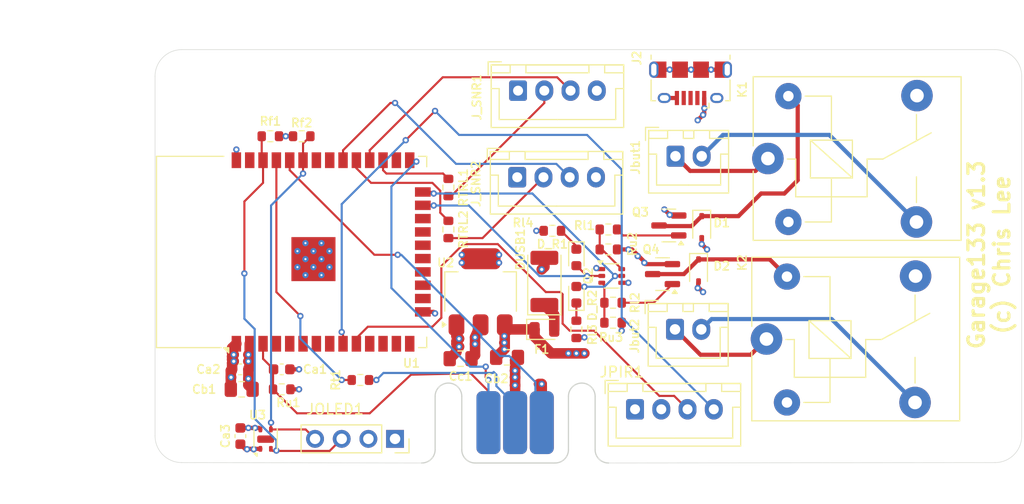
<source format=kicad_pcb>
(kicad_pcb (version 20221018) (generator pcbnew)
  (layers (0 "F.Cu" signal) (1 "In1.Cu" signal) (2 "In2.Cu" signal) (31 "B.Cu" signal) (34 "B.Paste" user) (35 "F.Paste" user) (36 "B.SilkS" user "B.Silkscreen") (37 "F.SilkS" user "F.Silkscreen") (38 "B.Mask" user) (39 "F.Mask" user) (44 "Edge.Cuts" user))
  (net 0 "")
  (net 1 "GND")
  (net 2 "EN")
  (net 3 "+3.3V")
  (net 4 "+5V")
  (net 5 "Net-(D1-K)")
  (net 6 "Net-(D2-K)")
  (net 7 "Net-(DUSB1-K)")
  (net 8 "VBUS")
  (net 9 "TXC")
  (net 10 "RXC")
  (net 11 "GPIO0")
  (net 15 "RELAY1A")
  (net 16 "RELAY1B")
  (net 17 "RELAY2A")
  (net 18 "RELAY2B")
  (net 19 "Net-(J_SNR1-Pin_2)")
  (net 20 "ECHO1")
  (net 21 "Net-(J_SNR2-Pin_2)")
  (net 22 "ECHO2")
  (net 25 "RELAY_CMD1")
  (net 26 "Net-(Q2B-C2)")
  (net 27 "RELAY_CMD2")
  (net 28 "Net-(Q2A-C1)")
  (net 29 "Net-(Q4-B)")
  (net 30 "SCL1")
  (net 31 "SDA1")
  (net 32 "TX")
  (net 33 "TRIG1")
  (net 34 "TRIG2")
  (net 40 "M1")
  (net 41 "AL")
  (net 58 "Net-(D_R1-K)")
  (net 59 "Net-(D_R2-K)")
  (net 60 "Net-(Q3-B)")
  (footprint "Package_TO_SOT_SMD:SOT-23" (layer "F.Cu") (at 109.9035 65.024 180)
    (fp_text reference "Q3")
    (fp_text value "MMBT3906")
  )
  (footprint "Capacitor_SMD:C_0603_1608Metric" (layer "F.Cu") (at 69.088 85.103 90)
    (fp_text reference "Ca3")
    (fp_text value "100nF" hide)
  )
  (footprint "Resistor_SMD:R_0603_1608Metric" (layer "F.Cu") (at 98.806 65.532)
    (fp_text reference "Rl4")
    (fp_text value "1k" hide)
  )
  (footprint "RF_Module:ESP32-WROOM-32" (layer "F.Cu") (at 76.957 67.551 90)
    (fp_text reference "U1")
    (fp_text value "ESP32-WROOM-32")
  )
  (footprint "Resistor_SMD:R_0603_1608Metric" (layer "F.Cu") (at 101.092 74.93 90)
    (fp_text reference "Rl3")
    (fp_text value "1k" hide)
  )
  (footprint "Diode_SMD:D_2010_5025Metric" (layer "F.Cu") (at 98.044 70.358 90)
    (fp_text reference "DUSB1")
    (fp_text value "SS14")
  )
  (footprint "LED_SMD:LED_0603_1608Metric" (layer "F.Cu") (at 101.092 68.072 -90)
    (fp_text reference "D_R1")
    (fp_text value "RED" hide)
  )
  (footprint "Sensor_Humidity:Sensirion_DFN-4-1EP_2x2mm_P1mm_EP0.7x1.6mm" (layer "F.Cu") (at 71.493 85.397 90)
    (fp_text reference "U3")
    (fp_text value "SHTC3")
  )
  (footprint "MountingHole:MountingHole_2.5mm" (layer "F.Cu") (at 70.358 50.8)
    (fp_text reference "REF**" hide)
    (fp_text value "MountingHole_2.5mm" hide)
  )
  (footprint "Resistor_SMD:R_0603_1608Metric" (layer "F.Cu") (at 104.14 65.405)
    (fp_text reference "Rl1")
    (fp_text value "1k")
  )
  (footprint "Diode_SMD:D_SOD-323" (layer "F.Cu") (at 112.7275 69.31 -90)
    (fp_text reference "D2")
    (fp_text value "D" hide)
  )
  (footprint "Connector_JST:JST_XH_B2B-XH-A_1x02_P2.50mm_Vertical" (layer "F.Cu") (at 110.49 74.93)
    (fp_text reference "Jbut2")
    (fp_text value "Conn_01x02" hide)
  )
  (footprint "Resistor_SMD:R_0603_1608Metric" (layer "F.Cu") (at 104.14 67.31 180)
    (fp_text reference "Ru2")
    (fp_text value "10k" hide)
  )
  (footprint "Library:EdgeConnector_2x3" (layer "F.Cu") (at 95.257 86.4 180)
    (fp_text reference "J1" hide)
    (fp_text value "Edge2x6_Connector" hide)
    (fp_line (start -7.62 5.08) (end -7.62 0) (stroke (width 0.12)) (layer "Edge.Cuts"))
    (fp_line (start -5.08 5.08) (end -5.08 0) (stroke (width 0.12)) (layer "Edge.Cuts"))
    (fp_line (start -3.81 -1.27) (end 3.81 -1.27) (stroke (width 0.12)) (layer "Edge.Cuts"))
    (fp_line (start 5.08 0) (end 5.08 5.08) (stroke (width 0.12)) (layer "Edge.Cuts"))
    (fp_line (start 7.62 5.08) (end 7.62 0) (stroke (width 0.12)) (layer "Edge.Cuts"))
    (fp_arc (start -8.89 -1.27) (mid -7.991974 -0.898026) (end -7.62 0) (stroke (width 0.12)) (layer "Edge.Cuts"))
    (fp_arc (start -5.08 0) (mid -4.708026 -0.898026) (end -3.81 -1.27) (stroke (width 0.12)) (layer "Edge.Cuts"))
    (fp_arc (start -5.08 5.08) (mid -6.35 6.35) (end -7.62 5.08) (stroke (width 0.12)) (layer "Edge.Cuts"))
    (fp_arc (start 3.81 -1.27) (mid 4.708026 -0.898026) (end 5.08 0) (stroke (width 0.12)) (layer "Edge.Cuts"))
    (fp_arc (start 7.62 0) (mid 7.991974 -0.898026) (end 8.89 -1.27) (stroke (width 0.12)) (layer "Edge.Cuts"))
    (fp_arc (start 7.62 5.08) (mid 6.35 6.35) (end 5.08 5.08) (stroke (width 0.12)) (layer "Edge.Cuts"))
  )
  (footprint "Package_TO_SOT_SMD:SOT-223-3_TabPin2" (layer "F.Cu") (at 91.9695 71.349 90)
    (fp_text reference "U2")
    (fp_text value "AMS1117-3.3")
  )
  (footprint "Resistor_SMD:R_0603_1608Metric" (layer "F.Cu") (at 104.585 72.39)
    (fp_text reference "Rl2")
    (fp_text value "1k" hide)
  )
  (footprint "Capacitor_SMD:C_0805_2012Metric_Pad1.18x1.45mm_HandSolder" (layer "F.Cu") (at 90.0645 77.724 180)
    (fp_text reference "Cc1")
    (fp_text value "47uF" hide)
  )
  (footprint "Connector_JST:JST_XH_B2B-XH-A_1x02_P2.50mm_Vertical" (layer "F.Cu") (at 110.53 58.42)
    (fp_text reference "Jbut1")
    (fp_text value "Conn_01x02" hide)
  )
  (footprint "Connector_JST:JST_XH_B4B-XH-A_1x04_P2.50mm_Vertical" (layer "F.Cu") (at 106.68 82.55)
    (fp_text reference "JPIR1")
    (fp_text value "Conn_01x04_Pin" hide)
  )
  (footprint "Resistor_SMD:R_0603_1608Metric" (layer "F.Cu") (at 104.585 74.295 180)
    (fp_text reference "Ru3")
    (fp_text value "10k" hide)
  )
  (footprint "Resistor_SMD:R_0603_1608Metric" (layer "F.Cu") (at 71.945 56.515)
    (fp_text reference "Rf1")
    (fp_text value "2.2k")
  )
  (footprint "Capacitor_SMD:C_0603_1608Metric" (layer "F.Cu") (at 69.075 78.74 180)
    (fp_text reference "Ca2")
    (fp_text value "100nF" hide)
  )
  (footprint "Package_TO_SOT_SMD:SOT-363_SC-70-6" (layer "F.Cu") (at 104.46 69.835)
    (fp_text reference "Q2")
    (fp_text value "UMH3N")
  )
  (footprint "Diode_SMD:D_0805_2012Metric" (layer "F.Cu") (at 98.044 74.93)
    (fp_text reference "F1")
    (fp_text value "0.5A")
  )
  (footprint "Resistor_SMD:R_0603_1608Metric" (layer "F.Cu") (at 74.93 56.515 180)
    (fp_text reference "Rf2")
    (fp_text value "2.2k")
  )
  (footprint "Diode_SMD:D_SOD-323" (layer "F.Cu") (at 113.03 65.185 -90)
    (fp_text reference "D1")
    (fp_text value "D" hide)
  )
  (footprint "Resistor_SMD:R_0603_1608Metric" (layer "F.Cu") (at 73.025 80.645)
    (fp_text reference "Ru1")
    (fp_text value "10k" hide)
  )
  (footprint "MountingHole:MountingHole_2.5mm" (layer "F.Cu") (at 140.97 50.8)
    (fp_text reference "REF**" hide)
    (fp_text value "MountingHole_2.5mm" hide)
  )
  (footprint "Relay_THT:Relay_SPDT_SANYOU_SRD_Series_Form_C" (layer "F.Cu") (at 119.335 58.64)
    (fp_text reference "K1")
    (fp_text value "SANYOU_SRD_Form_C")
  )
  (footprint "LED_SMD:LED_0603_1608Metric" (layer "F.Cu") (at 101.092 71.628 90)
    (fp_text reference "D_R2")
    (fp_text value "BLU" hide)
  )
  (footprint "Resistor_SMD:R_0603_1608Metric" (layer "F.Cu") (at 88.9 61.405 -90)
    (fp_text reference "RTRL1")
    (fp_text value "1k")
  )
  (footprint "MountingHole:MountingHole_2.5mm" (layer "F.Cu") (at 140.97 85.09)
    (fp_text reference "REF**" hide)
    (fp_text value "MountingHole_2.5mm" hide)
  )
  (footprint "Connector_JST:JST_XH_B4B-XH-A_1x04_P2.50mm_Vertical" (layer "F.Cu") (at 95.5375 52.17)
    (fp_text reference "J_SNR1")
    (fp_text value "Conn_01x04_Pin" hide)
  )
  (footprint "Capacitor_SMD:C_0805_2012Metric_Pad1.18x1.45mm_HandSolder" (layer "F.Cu") (at 69.215 80.645 180)
    (fp_text reference "Cb1")
    (fp_text value "10uF" hide)
  )
  (footprint "MountingHole:MountingHole_2.5mm" (layer "F.Cu") (at 80.264 52.07)
    (fp_text reference "REF**" hide)
    (fp_text value "MountingHole_2.5mm" hide)
  )
  (footprint "Resistor_SMD:R_0603_1608Metric" (layer "F.Cu") (at 80.518 79.756)
    (fp_text reference "Rt1")
    (fp_text value "470")
  )
  (footprint "Relay_THT:Relay_SPDT_SANYOU_SRD_Series_Form_C" (layer "F.Cu") (at 119.2 75.85)
    (fp_text reference "K2")
    (fp_text value "SANYOU_SRD_Form_C")
  )
  (footprint "Resistor_SMD:R_0603_1608Metric" (layer "F.Cu") (at 88.9 65.405 -90)
    (fp_text reference "RTRL2")
    (fp_text value "1k")
  )
  (footprint "Capacitor_SMD:C_0805_2012Metric_Pad1.18x1.45mm_HandSolder" (layer "F.Cu") (at 94.488 77.597)
    (fp_text reference "Cb2")
    (fp_text value "10uF" hide)
  )
  (footprint "Connector_JST:JST_XH_B4B-XH-A_1x04_P2.50mm_Vertical" (layer "F.Cu") (at 95.4575 60.425)
    (fp_text reference "J_SNR2")
    (fp_text value "Conn_01x04_Pin" hide)
  )
  (footprint "Connector_PinSocket_2.54mm:PinSocket_1x04_P2.54mm_Vertical" (layer "F.Cu") (at 83.82 85.369 -90)
    (fp_text reference "JOLED1")
    (fp_text value "Conn_01x04_Socket" hide)
  )
  (footprint "Capacitor_SMD:C_0603_1608Metric" (layer "F.Cu") (at 73.025 78.74 180)
    (fp_text reference "Ca1")
    (fp_text value "100nF" hide)
  )
  (footprint "Package_TO_SOT_SMD:SOT-23" (layer "F.Cu") (at 109.2985 69.662 180)
    (fp_text reference "Q4")
    (fp_text value "MMBT3906" hide)
  )
  (footprint "Connector_USB:USB_Micro-B_Amphenol_10118194_Horizontal" (layer "F.Cu") (at 111.9675 51.47 180)
    (fp_text reference "J2")
    (fp_text value "USB_B_Micro")
  )
  (gr_line (start 86.367 87.67) (end 63.5 87.63) (stroke (width 0.05)) (layer "Edge.Cuts"))
  (gr_line (start 140.97 87.63) (end 104.147 87.67) (stroke (width 0.05)) (layer "Edge.Cuts"))
  (gr_line (start 63.5 48.26) (end 140.97 48.26) (stroke (width 0.05)) (layer "Edge.Cuts"))
  (gr_line (start 143.51 50.8) (end 143.51 85.09) (stroke (width 0.05)) (layer "Edge.Cuts"))
  (gr_line (start 60.96 50.8) (end 60.96 85.09) (stroke (width 0.05)) (layer "Edge.Cuts"))
  (gr_arc (start 60.96 50.8) (mid 61.703949 49.003949) (end 63.5 48.26) (stroke (width 0.05)) (layer "Edge.Cuts"))
  (gr_arc (start 63.5 87.63) (mid 61.703949 86.886051) (end 60.96 85.09) (stroke (width 0.05)) (layer "Edge.Cuts"))
  (gr_arc (start 143.51 85.09) (mid 142.766051 86.886051) (end 140.97 87.63) (stroke (width 0.05)) (layer "Edge.Cuts"))
  (gr_arc (start 140.97 48.26) (mid 142.766051 49.003949) (end 143.51 50.8) (stroke (width 0.05)) (layer "Edge.Cuts"))
  (gr_text "Garage133 v1.3\n(c) Chris Lee\n" (at 142.494 67.818 90) (layer "F.SilkS") (effects (font (size 1.5 1.5) (thickness 0.3) bold) (justify bottom)))
  (segment (start 89.6695 76.8275) (end 89.6695 77.0815) (width 1) (layer "F.Cu") (net 1))
  (segment (start 95.257 79.495) (end 95.257 78.874) (width 1) (layer "F.Cu") (net 1))
  (segment (start 95.257 77.8655) (end 95.5255 77.597) (width 1) (layer "F.Cu") (net 1))
  (segment (start 68.1775 79.5235) (end 68.199 79.502) (width 1) (layer "F.Cu") (net 1))
  (segment (start 109.977 50.17) (end 109.982 50.165) (width 0.4) (layer "F.Cu") (net 1))
  (segment (start 89.6695 77.0815) (end 89.027 77.724) (width 1) (layer "F.Cu") (net 1))
  (segment (start 68.453 77.978) (end 68.3 77.825) (width 1) (layer "F.Cu") (net 1))
  (segment (start 112.019 50.17) (end 112.9675 50.17) (width 0.4) (layer "F.Cu") (net 1))
  (segment (start 68.3 77.496) (end 68.453 77.343) (width 1) (layer "F.Cu") (net 1))
  (segment (start 68.707 58.801) (end 68.707 57.785) (width 0.4) (layer "F.Cu") (net 1))
  (segment (start 89.6695 75.5725) (end 89.916 75.819) (width 1) (layer "F.Cu") (net 1))
  (segment (start 113.03 66.235) (end 113.03 66.802) (width 0.4) (layer "F.Cu") (net 1))
  (segment (start 95.25 79.502) (end 95.257 79.495) (width 1) (layer "F.Cu") (net 1))
  (segment (start 113.919 50.165) (end 113.924 50.17) (width 0.4) (layer "F.Cu") (net 1))
  (segment (start 103.51 69.185) (end 103.094 69.185) (width 0.4) (layer "F.Cu") (net 1))
  (segment (start 112.014 50.165) (end 112.019 50.17) (width 0.4) (layer "F.Cu") (net 1))
  (segment (start 89.916 75.819) (end 89.6695 76.0655) (width 1) (layer "F.Cu") (net 1))
  (segment (start 68.3 76.708) (end 68.707 76.301) (width 1) (layer "F.Cu") (net 1))
  (segment (start 95.257 83.82) (end 95.257 80.271) (width 1) (layer "F.Cu") (net 1))
  (segment (start 69.088 84.328) (end 69.85 84.328) (width 0.4) (layer "F.Cu") (net 1))
  (segment (start 101.092 75.755) (end 101.854 75.692) (width 0.4) (layer "F.Cu") (net 1))
  (segment (start 73.8 78.74) (end 74.676 78.74) (width 0.4) (layer "F.Cu") (net 1))
  (segment (start 109.987 50.17) (end 110.9675 50.17) (width 0.4) (layer "F.Cu") (net 1))
  (segment (start 95.25 78.867) (end 95.257 78.86) (width 1) (layer "F.Cu") (net 1))
  (segment (start 89.916 76.581) (end 89.6695 76.8275) (width 1) (layer "F.Cu") (net 1))
  (segment (start 86.467 73.261) (end 87.485 73.261) (width 0.4) (layer "F.Cu") (net 1))
  (segment (start 95.25 80.264) (end 95.257 80.257) (width 1) (layer "F.Cu") (net 1))
  (segment (start 68.3 78.74) (end 68.3 78.131) (width 1) (layer "F.Cu") (net 1))
  (segment (start 68.3 77.19) (end 68.3 76.708) (width 1) (layer "F.Cu") (net 1))
  (segment (start 110.6675 52.87) (end 109.4675 52.87) (width 0.4) (layer "F.Cu") (net 1))
  (segment (start 95.257 78.86) (end 95.257 77.8655) (width 1) (layer "F.Cu") (net 1))
  (segment (start 112.009 50.17) (end 112.014 50.165) (width 0.4) (layer "F.Cu") (net 1))
  (segment (start 112.649 70.993) (end 112.7275 70.9445) (width 0.4) (layer "F.Cu") (net 1))
  (segment (start 89.6695 76.0655) (end 89.6695 76.3345) (width 1) (layer "F.Cu") (net 1))
  (segment (start 105.41 70.485) (end 106.045 70.485) (width 0.4) (layer "F.Cu") (net 1))
  (segment (start 97.981 65.532) (end 97.282 65.532) (width 0.4) (layer "F.Cu") (net 1))
  (segment (start 68.199 79.502) (end 68.1775 79.4805) (width 1) (layer "F.Cu") (net 1))
  (segment (start 95.257 80.271) (end 95.25 80.264) (width 1) (layer "F.Cu") (net 1))
  (segment (start 89.6695 74.499) (end 89.6695 75.5725) (width 1) (layer "F.Cu") (net 1))
  (segment (start 70.849 84.328) (end 70.993 84.472) (width 0.4) (layer "F.Cu") (net 1))
  (segment (start 113.03 66.802) (end 113.538 67.31) (width 0.4) (layer "F.Cu") (net 1))
  (segment (start 69.85 84.328) (end 70.485 84.328) (width 0.4) (layer "F.Cu") (net 1))
  (segment (start 68.453 77.343) (end 68.3 77.19) (width 1) (layer "F.Cu") (net 1))
  (segment (start 68.1775 78.8625) (end 68.3 78.74) (width 1) (layer "F.Cu") (net 1))
  (segment (start 113.924 50.17) (end 114.8675 50.17) (width 0.4) (layer "F.Cu") (net 1))
  (segment (start 95.257 80.257) (end 95.257 79.509) (width 1) (layer "F.Cu") (net 1))
  (segment (start 109.0675 50.17) (end 109.977 50.17) (width 0.4) (layer "F.Cu") (net 1))
  (segment (start 103.094 69.185) (end 102.997 69.088) (width 0.4) (layer "F.Cu") (net 1))
  (segment (start 68.3 77.825) (end 68.3 77.496) (width 1) (layer "F.Cu") (net 1))
  (segment (start 89.6695 76.3345) (end 89.916 76.581) (width 1) (layer "F.Cu") (net 1))
  (segment (start 68.1775 80.645) (end 68.1775 79.5235) (width 1) (layer "F.Cu") (net 1))
  (segment (start 70.485 84.328) (end 70.849 84.328) (width 0.4) (layer "F.Cu") (net 1))
  (segment (start 112.9675 50.17) (end 113.914 50.17) (width 0.4) (layer "F.Cu") (net 1))
  (segment (start 113.914 50.17) (end 113.919 50.165) (width 0.4) (layer "F.Cu") (net 1))
  (segment (start 112.7275 70.36) (end 112.649 70.993) (width 0.4) (layer "F.Cu") (net 1))
  (segment (start 112.7275 70.9445) (end 113.157 71.374) (width 0.4) (layer "F.Cu") (net 1))
  (segment (start 110.9675 50.17) (end 112.009 50.17) (width 0.4) (layer "F.Cu") (net 1))
  (segment (start 87.485 73.261) (end 87.63 73.406) (width 0.4) (layer "F.Cu") (net 1))
  (segment (start 68.1775 79.4805) (end 68.1775 78.8625) (width 1) (layer "F.Cu") (net 1))
  (segment (start 95.257 79.509) (end 95.25 79.502) (width 1) (layer "F.Cu") (net 1))
  (segment (start 68.3 78.131) (end 68.453 77.978) (width 1) (layer "F.Cu") (net 1))
  (segment (start 95.257 78.874) (end 95.25 78.867) (width 1) (layer "F.Cu") (net 1))
  (segment (start 109.982 50.165) (end 109.987 50.17) (width 0.4) (layer "F.Cu") (net 1))
  (via (at 74.676 78.74) (size 0.6) (drill 0.3) (layers "F.Cu" "B.Cu") (net 1))
  (via (at 68.453 77.343) (size 0.6) (drill 0.3) (layers "F.Cu" "B.Cu") (net 1))
  (via (at 113.919 50.165) (size 0.6) (drill 0.3) (layers "F.Cu" "B.Cu") (net 1))
  (via (at 101.854 75.692) (size 0.6) (drill 0.3) (layers "F.Cu" "B.Cu") (net 1))
  (via (at 112.014 50.165) (size 0.6) (drill 0.3) (layers "F.Cu" "B.Cu") (net 1))
  (via (at 89.916 75.819) (size 0.6) (drill 0.3) (layers "F.Cu" "B.Cu") (net 1))
  (via (at 109.982 50.165) (size 0.6) (drill 0.3) (layers "F.Cu" "B.Cu") (net 1))
  (via (at 68.199 79.502) (size 0.6) (drill 0.3) (layers "F.Cu" "B.Cu") (net 1))
  (via (at 113.03 66.802) (size 0.6) (drill 0.3) (layers "F.Cu" "B.Cu") (net 1))
  (via (at 69.85 84.328) (size 0.6) (drill 0.3) (layers "F.Cu" "B.Cu") (net 1))
  (via (at 113.538 67.31) (size 0.6) (drill 0.3) (layers "F.Cu" "B.Cu") (net 1))
  (via (at 70.485 84.328) (size 0.6) (drill 0.3) (layers "F.Cu" "B.Cu") (net 1))
  (via (at 106.045 70.485) (size 0.6) (drill 0.3) (layers "F.Cu" "B.Cu") (net 1))
  (via (at 95.25 78.867) (size 0.6) (drill 0.3) (layers "F.Cu" "B.Cu") (net 1))
  (via (at 89.916 76.581) (size 0.6) (drill 0.3) (layers "F.Cu" "B.Cu") (net 1))
  (via (at 95.25 80.264) (size 0.6) (drill 0.3) (layers "F.Cu" "B.Cu") (net 1))
  (via (at 112.649 70.993) (size 0.6) (drill 0.3) (layers "F.Cu" "B.Cu") (net 1))
  (via (at 68.453 77.978) (size 0.6) (drill 0.3) (layers "F.Cu" "B.Cu") (net 1))
  (via (at 102.997 69.088) (size 0.6) (drill 0.3) (layers "F.Cu" "B.Cu") (net 1))
  (via (at 97.282 65.532) (size 0.6) (drill 0.3) (layers "F.Cu" "B.Cu") (net 1))
  (via (at 113.157 71.374) (size 0.6) (drill 0.3) (layers "F.Cu" "B.Cu") (net 1))
  (via (at 95.25 79.502) (size 0.6) (drill 0.3) (layers "F.Cu" "B.Cu") (net 1))
  (via (at 87.63 73.406) (size 0.6) (drill 0.3) (layers "F.Cu" "B.Cu") (net 1))
  (via (at 68.707 57.785) (size 0.6) (drill 0.3) (layers "F.Cu" "B.Cu") (net 1))
  (segment (start 91.017999 79.121) (end 85.344 79.248) (width 0.2) (layer "F.Cu") (net 2))
  (segment (start 92.717 80.820001) (end 91.017999 79.121) (width 0.2) (layer "F.Cu") (net 2))
  (segment (start 72.2 80.645) (end 72.2 78.79) (width 0.2) (layer "F.Cu") (net 2))
  (segment (start 74.486 82.931) (end 72.2 80.645) (width 0.2) (layer "F.Cu") (net 2))
  (segment (start 81.407 82.931) (end 74.486 82.931) (width 0.2) (layer "F.Cu") (net 2))
  (segment (start 92.717 83.82) (end 92.717 80.820001) (width 0.2) (layer "F.Cu") (net 2))
  (segment (start 71.247 77.737) (end 71.247 76.301) (width 0.2) (layer "F.Cu") (net 2))
  (segment (start 85.344 79.248) (end 81.407 82.931) (width 0.2) (layer "F.Cu") (net 2))
  (segment (start 72.25 78.74) (end 71.247 77.737) (width 0.2) (layer "F.Cu") (net 2))
  (segment (start 72.2 78.79) (end 72.25 78.74) (width 0.2) (layer "F.Cu") (net 2))
  (segment (start 70.32 86.322) (end 70.358 86.36) (width 0.4) (layer "F.Cu") (net 3))
  (segment (start 69.85 77.978) (end 69.977 78.105) (width 1) (layer "F.Cu") (net 3))
  (segment (start 69.977 78.613) (end 69.85 78.74) (width 1) (layer "F.Cu") (net 3))
  (segment (start 69.977 78.105) (end 69.977 78.613) (width 1) (layer "F.Cu") (net 3))
  (segment (start 69.85 80.2425) (end 70.2525 80.645) (width 1) (layer "F.Cu") (net 3))
  (segment (start 91.44 75.692) (end 91.44 76.327) (width 1) (layer "F.Cu") (net 3))
  (segment (start 69.977 77.216) (end 69.85 77.343) (width 1) (layer "F.Cu") (net 3))
  (segment (start 91.44 77.386) (end 91.102 77.724) (width 1) (layer "F.Cu") (net 3))
  (segment (start 69.977 77.47) (end 69.977 77.851) (width 1) (layer "F.Cu") (net 3))
  (segment (start 69.761 86.322) (end 70.32 86.322) (width 0.4) (layer "F.Cu") (net 3))
  (segment (start 69.532 86.322) (end 69.685 86.322) (width 0.4) (layer "F.Cu") (net 3))
  (segment (start 69.977 77.851) (end 69.85 77.978) (width 1) (layer "F.Cu") (net 3))
  (segment (start 70.396 86.322) (end 70.993 86.322) (width 0.4) (layer "F.Cu") (net 3))
  (segment (start 91.44 76.327) (end 91.44 77.386) (width 1) (layer "F.Cu") (net 3))
  (segment (start 69.85 79.629) (end 69.85 80.2425) (width 1) (layer "F.Cu") (net 3))
  (segment (start 69.723 86.36) (end 69.761 86.322) (width 0.4) (layer "F.Cu") (net 3))
  (segment (start 73.85 80.645) (end 74.676 80.645) (width 0.4) (layer "F.Cu") (net 3))
  (segment (start 91.9695 74.499) (end 91.44 75.692) (width 1) (layer "F.Cu") (net 3))
  (segment (start 69.85 77.343) (end 69.977 77.47) (width 1) (layer "F.Cu") (net 3))
  (segment (start 73.406 56.515) (end 74.105 56.515) (width 0.4) (layer "F.Cu") (net 3))
  (segment (start 69.685 86.322) (end 69.723 86.36) (width 0.4) (layer "F.Cu") (net 3))
  (segment (start 72.77 56.515) (end 73.406 56.515) (width 0.4) (layer "F.Cu") (net 3))
  (segment (start 69.85 78.74) (end 69.85 79.629) (width 1) (layer "F.Cu") (net 3))
  (segment (start 69.977 76.301) (end 69.977 77.216) (width 1) (layer "F.Cu") (net 3))
  (segment (start 70.358 86.36) (end 70.396 86.322) (width 0.4) (layer "F.Cu") (net 3))
  (segment (start 69.088 85.878) (end 69.532 86.322) (width 0.4) (layer "F.Cu") (net 3))
  (via (at 69.85 77.343) (size 0.6) (drill 0.3) (layers "F.Cu" "B.Cu") (net 3))
  (via (at 91.44 76.327) (size 0.6) (drill 0.3) (layers "F.Cu" "B.Cu") (net 3))
  (via (at 73.406 56.515) (size 0.6) (drill 0.3) (layers "F.Cu" "B.Cu") (net 3))
  (via (at 90.17 68.58) (size 0.6) (drill 0.3) (layers "F.Cu" "B.Cu") (net 3))
  (via (at 93.726 67.818) (size 0.6) (drill 0.3) (layers "F.Cu" "B.Cu") (net 3))
  (via (at 69.723 86.36) (size 0.6) (drill 0.3) (layers "F.Cu" "B.Cu") (net 3))
  (via (at 70.358 86.36) (size 0.6) (drill 0.3) (layers "F.Cu" "B.Cu") (net 3))
  (via (at 91.44 75.692) (size 0.6) (drill 0.3) (layers "F.Cu" "B.Cu") (net 3))
  (via (at 69.85 77.978) (size 0.6) (drill 0.3) (layers "F.Cu" "B.Cu") (net 3))
  (via (at 69.85 79.629) (size 0.6) (drill 0.3) (layers "F.Cu" "B.Cu") (net 3))
  (via (at 93.726 68.58) (size 0.6) (drill 0.3) (layers "F.Cu" "B.Cu") (net 3))
  (via (at 74.676 80.645) (size 0.6) (drill 0.3) (layers "F.Cu" "B.Cu") (net 3))
  (via (at 90.17 67.818) (size 0.6) (drill 0.3) (layers "F.Cu" "B.Cu") (net 3))
  (segment (start 105.41 74.295) (end 105.41 75.057) (width 0.4) (layer "F.Cu") (net 4))
  (segment (start 106.39 67.31) (end 106.395 67.31) (width 0.4) (layer "F.Cu") (net 4))
  (segment (start 106.395 67.31) (end 106.934 67.849) (width 0.4) (layer "F.Cu") (net 4))
  (segment (start 94.7005 74.93) (end 94.2695 74.499) (width 1) (layer "F.Cu") (net 4))
  (segment (start 107.03 67.945) (end 107.569 68.484) (width 0.4) (layer "F.Cu") (net 4))
  (segment (start 94.2695 76.778) (end 93.4505 77.597) (width 1) (layer "F.Cu") (net 4))
  (segment (start 97.1065 74.93) (end 94.7005 74.93) (width 1) (layer "F.Cu") (net 4))
  (segment (start 101.092 77.216) (end 101.854 77.216) (width 1) (layer "F.Cu") (net 4))
  (segment (start 106.934 67.945) (end 107.03 67.945) (width 0.4) (layer "F.Cu") (net 4))
  (segment (start 94.2695 76.2355) (end 94.2695 76.778) (width 1) (layer "F.Cu") (net 4))
  (segment (start 106.934 67.849) (end 106.934 67.945) (width 0.4) (layer "F.Cu") (net 4))
  (segment (start 100.33 77.216) (end 101.092 77.216) (width 1) (layer "F.Cu") (net 4))
  (segment (start 110.048 64.074) (end 109.982 64.008) (width 0.4) (layer "F.Cu") (net 4))
  (segment (start 106.39 67.31) (end 106.045 67.31) (width 0.4) (layer "F.Cu") (net 4))
  (segment (start 97.1065 74.93) (end 97.1065 75.629999) (width 1) (layer "F.Cu") (net 4))
  (segment (start 97.1065 75.629999) (end 98.692501 77.216) (width 1) (layer "F.Cu") (net 4))
  (segment (start 98.692501 77.216) (end 100.33 77.216) (width 1) (layer "F.Cu") (net 4))
  (segment (start 110.841 64.074) (end 110.048 64.074) (width 0.4) (layer "F.Cu") (net 4))
  (segment (start 110.236 68.712) (end 107.701 68.712) (width 0.4) (layer "F.Cu") (net 4))
  (segment (start 94.234 76.2) (end 94.2695 76.2355) (width 1) (layer "F.Cu") (net 4))
  (segment (start 94.2695 74.499) (end 94.2695 76.1645) (width 1) (layer "F.Cu") (net 4))
  (segment (start 109.982 64.008) (end 109.474 63.5) (width 0.4) (layer "F.Cu") (net 4))
  (segment (start 106.045 67.31) (end 104.965 67.31) (width 0.4) (layer "F.Cu") (net 4))
  (segment (start 107.701 68.712) (end 107.569 68.58) (width 0.4) (layer "F.Cu") (net 4))
  (segment (start 107.569 68.484) (end 107.569 68.58) (width 0.4) (layer "F.Cu") (net 4))
  (segment (start 94.2695 76.1645) (end 94.234 76.2) (width 1) (layer "F.Cu") (net 4))
  (via (at 109.474 63.5) (size 0.6) (drill 0.3) (layers "F.Cu" "B.Cu") (net 4))
  (via (at 109.982 64.008) (size 0.6) (drill 0.3) (layers "F.Cu" "B.Cu") (net 4))
  (via (at 94.234 76.835) (size 0.6) (drill 0.3) (layers "F.Cu" "B.Cu") (net 4))
  (via (at 105.41 75.057) (size 0.6) (drill 0.3) (layers "F.Cu" "B.Cu") (net 4))
  (via (at 106.934 67.945) (size 0.6) (drill 0.3) (layers "F.Cu" "B.Cu") (net 4))
  (via (at 94.234 76.2) (size 0.6) (drill 0.3) (layers "F.Cu" "B.Cu") (net 4))
  (via (at 100.33 77.216) (size 0.6) (drill 0.3) (layers "F.Cu" "B.Cu") (net 4))
  (via (at 101.854 77.216) (size 0.6) (drill 0.3) (layers "F.Cu" "B.Cu") (net 4))
  (via (at 101.092 77.216) (size 0.6) (drill 0.3) (layers "F.Cu" "B.Cu") (net 4))
  (via (at 94.234 75.565) (size 0.6) (drill 0.3) (layers "F.Cu" "B.Cu") (net 4))
  (via (at 106.045 67.31) (size 0.6) (drill 0.3) (layers "F.Cu" "B.Cu") (net 4))
  (via (at 107.569 68.58) (size 0.6) (drill 0.3) (layers "F.Cu" "B.Cu") (net 4))
  (segment (start 118.686006 61.976) (end 120.904 61.976) (width 0.4) (layer "F.Cu") (net 5))
  (segment (start 116.527006 64.135) (end 118.686006 61.976) (width 0.4) (layer "F.Cu") (net 5))
  (segment (start 120.904 61.976) (end 122.174 60.706) (width 0.4) (layer "F.Cu") (net 5))
  (segment (start 112.08 65.085) (end 113.03 64.135) (width 0.4) (layer "F.Cu") (net 5))
  (segment (start 122.174 53.579) (end 121.285 52.69) (width 0.4) (layer "F.Cu") (net 5))
  (segment (start 122.174 60.706) (end 122.174 53.579) (width 0.4) (layer "F.Cu") (net 5))
  (segment (start 108.615 65.085) (end 112.08 65.085) (width 0.4) (layer "F.Cu") (net 5))
  (segment (start 113.03 64.135) (end 116.527006 64.135) (width 0.4) (layer "F.Cu") (net 5))
  (segment (start 112.7275 68.26) (end 119.51 68.26) (width 0.4) (layer "F.Cu") (net 6))
  (segment (start 112.7275 68.26) (end 111.3255 69.662) (width 0.4) (layer "F.Cu") (net 6))
  (segment (start 111.3255 69.662) (end 108.361 69.662) (width 0.4) (layer "F.Cu") (net 6))
  (segment (start 119.51 68.26) (end 121.15 69.9) (width 0.4) (layer "F.Cu") (net 6))
  (segment (start 98.9815 73.5455) (end 98.044 72.608) (width 1) (layer "F.Cu") (net 7))
  (segment (start 98.9815 74.93) (end 98.9815 73.5455) (width 1) (layer "F.Cu") (net 7))
  (segment (start 97.79 80.391) (end 97.79 80.137) (width 1) (layer "F.Cu") (net 8))
  (segment (start 98.044 68.961) (end 97.79 69.215) (width 1) (layer "F.Cu") (net 8))
  (segment (start 113.2675 53.8645) (end 113.2675 54.3725) (width 0.4) (layer "F.Cu") (net 8))
  (segment (start 113.2675 53.8315) (end 113.284 53.848) (width 0.4) (layer "F.Cu") (net 8))
  (segment (start 97.536 80.137) (end 97.79 80.391) (width 1) (layer "F.Cu") (net 8))
  (segment (start 112.649 54.991) (end 113.157 54.483) (width 0.4) (layer "F.Cu") (net 8))
  (segment (start 113.157 54.483) (end 113.2675 54.3725) (width 0.4) (layer "F.Cu") (net 8))
  (segment (start 97.797 80.398) (end 97.79 80.391) (width 1) (layer "F.Cu") (net 8))
  (segment (start 97.79 80.137) (end 97.536 80.137) (width 1) (layer "F.Cu") (net 8))
  (segment (start 113.284 53.848) (end 113.2675 53.8645) (width 0.4) (layer "F.Cu") (net 8))
  (segment (start 97.797 83.82) (end 97.797 80.398) (width 1) (layer "F.Cu") (net 8))
  (segment (start 98.044 68.108) (end 98.044 68.961) (width 1) (layer "F.Cu") (net 8))
  (segment (start 113.2675 52.87) (end 113.2675 53.8315) (width 0.4) (layer "F.Cu") (net 8))
  (via (at 113.284 53.848) (size 0.6) (drill 0.3) (layers "F.Cu" "B.Cu") (net 8))
  (via (at 112.649 54.991) (size 0.6) (drill 0.3) (layers "F.Cu" "B.Cu") (net 8))
  (via (at 97.79 80.137) (size 0.6) (drill 0.3) (layers "F.Cu" "B.Cu") (net 8))
  (via (at 97.79 69.215) (size 0.6) (drill 0.3) (layers "F.Cu" "B.Cu") (net 8))
  (via (at 113.157 54.483) (size 0.6) (drill 0.3) (layers "F.Cu" "B.Cu") (net 8))
  (segment (start 73.787 59.751) (end 81.854 67.818) (width 0.2) (layer "F.Cu") (net 9))
  (segment (start 73.787 58.801) (end 73.787 59.751) (width 0.2) (layer "F.Cu") (net 9))
  (segment (start 81.854 67.818) (end 84.074 67.818) (width 0.2) (layer "F.Cu") (net 9))
  (via (at 84.074 67.818) (size 0.6) (drill 0.3) (layers "F.Cu" "B.Cu") (net 9))
  (segment (start 92.04 75.443471) (end 84.414529 67.818) (width 0.2) (layer "B.Cu") (net 9))
  (segment (start 97.797 83.82) (end 97.19 83.213) (width 0.2) (layer "B.Cu") (net 9))
  (segment (start 93.818 77.47) (end 92.04 75.692) (width 0.2) (layer "B.Cu") (net 9))
  (segment (start 84.414529 67.818) (end 84.074 67.818) (width 0.2) (layer "B.Cu") (net 9))
  (segment (start 94.701529 77.47) (end 93.818 77.47) (width 0.2) (layer "B.Cu") (net 9))
  (segment (start 92.04 75.692) (end 92.04 75.443471) (width 0.2) (layer "B.Cu") (net 9))
  (segment (start 97.19 79.958471) (end 94.701529 77.47) (width 0.2) (layer "B.Cu") (net 9))
  (segment (start 97.19 83.213) (end 97.19 79.958471) (width 0.2) (layer "B.Cu") (net 9))
  (segment (start 81.343 79.756) (end 82.042 79.756) (width 0.2) (layer "F.Cu") (net 10))
  (via (at 82.042 79.756) (size 0.6) (drill 0.3) (layers "F.Cu" "B.Cu") (net 10))
  (segment (start 82.712 79.086) (end 82.042 79.756) (width 0.2) (layer "B.Cu") (net 10))
  (segment (start 93.126 79.086) (end 82.712 79.086) (width 0.2) (layer "B.Cu") (net 10))
  (segment (start 95.257 82.12054) (end 93.472 80.33554) (width 0.2) (layer "B.Cu") (net 10))
  (segment (start 93.218 78.994) (end 93.126 79.086) (width 0.2) (layer "B.Cu") (net 10))
  (segment (start 93.472 79.248) (end 93.218 78.994) (width 0.2) (layer "B.Cu") (net 10))
  (segment (start 95.257 83.82) (end 95.257 82.12054) (width 0.2) (layer "B.Cu") (net 10))
  (segment (start 93.472 80.33554) (end 93.472 79.248) (width 0.2) (layer "B.Cu") (net 10))
  (segment (start 92.71 79.756) (end 92.456 79.502) (width 0.2) (layer "F.Cu") (net 11))
  (segment (start 92.456 79.502) (end 92.456 78.486) (width 0.2) (layer "F.Cu") (net 11))
  (segment (start 85.217 58.801) (end 85.725 58.801) (width 0.2) (layer "F.Cu") (net 11))
  (segment (start 85.725 58.801) (end 85.852 58.928) (width 0.2) (layer "F.Cu") (net 11))
  (via (at 85.852 58.928) (size 0.6) (drill 0.3) (layers "F.Cu" "B.Cu") (net 11))
  (via (at 92.71 79.756) (size 0.6) (drill 0.3) (layers "F.Cu" "B.Cu") (net 11))
  (via (at 92.456 78.486) (size 0.6) (drill 0.3) (layers "F.Cu" "B.Cu") (net 11))
  (segment (start 90.972471 78.486) (end 83.474 70.987529) (width 0.2) (layer "B.Cu") (net 11))
  (segment (start 92.456 78.486) (end 90.972471 78.486) (width 0.2) (layer "B.Cu") (net 11))
  (segment (start 92.717 83.82) (end 92.717 80.230529) (width 0.2) (layer "B.Cu") (net 11))
  (segment (start 83.474 61.306) (end 85.852 58.928) (width 0.2) (layer "B.Cu") (net 11))
  (segment (start 92.717 80.230529) (end 92.71 79.756) (width 0.2) (layer "B.Cu") (net 11))
  (segment (start 83.474 70.987529) (end 83.474 61.306) (width 0.2) (layer "B.Cu") (net 11))
  (segment (start 111.93 59.82) (end 118.155 59.82) (width 0.4) (layer "F.Cu") (net 15))
  (segment (start 110.53 58.42) (end 111.93 59.82) (width 0.4) (layer "F.Cu") (net 15))
  (segment (start 118.155 59.82) (end 119.335 58.64) (width 0.4) (layer "F.Cu") (net 15))
  (segment (start 125.183 56.388) (end 133.485 64.69) (width 0.4) (layer "B.Cu") (net 16))
  (segment (start 113.03 58.42) (end 115.062 56.388) (width 0.4) (layer "B.Cu") (net 16))
  (segment (start 115.062 56.388) (end 125.183 56.388) (width 0.4) (layer "B.Cu") (net 16))
  (segment (start 110.49 74.93) (end 112.91 77.35) (width 0.4) (layer "F.Cu") (net 17))
  (segment (start 117.7 77.35) (end 119.2 75.85) (width 0.4) (layer "F.Cu") (net 17))
  (segment (start 112.91 77.35) (end 117.7 77.35) (width 0.4) (layer "F.Cu") (net 17))
  (segment (start 125.4 73.95) (end 133.35 81.9) (width 0.4) (layer "B.Cu") (net 18))
  (segment (start 113.97 73.95) (end 125.4 73.95) (width 0.4) (layer "B.Cu") (net 18))
  (segment (start 112.99 74.93) (end 113.97 73.95) (width 0.4) (layer "B.Cu") (net 18))
  (segment (start 98.0375 52.17) (end 98.0375 53.345) (width 0.2) (layer "F.Cu") (net 19))
  (segment (start 98.0375 53.345) (end 89.1525 62.23) (width 0.2) (layer "F.Cu") (net 19))
  (segment (start 89.1525 62.23) (end 88.9 62.23) (width 0.2) (layer "F.Cu") (net 19))
  (segment (start 81.407 58.801) (end 81.407 57.851) (width 0.2) (layer "F.Cu") (net 20))
  (segment (start 99.2625 50.895) (end 100.5375 52.17) (width 0.2) (layer "F.Cu") (net 20))
  (segment (start 88.363 50.895) (end 99.2625 50.895) (width 0.2) (layer "F.Cu") (net 20))
  (segment (start 81.407 57.851) (end 88.363 50.895) (width 0.2) (layer "F.Cu") (net 20))
  (segment (start 92.1525 66.23) (end 97.9575 60.425) (width 0.2) (layer "F.Cu") (net 21))
  (segment (start 88.9 66.23) (end 92.1525 66.23) (width 0.2) (layer "F.Cu") (net 21))
  (segment (start 83.378 53.34) (end 83.82 53.34) (width 0.2) (layer "F.Cu") (net 22))
  (segment (start 78.867 58.801) (end 78.867 57.851) (width 0.2) (layer "F.Cu") (net 22))
  (segment (start 78.867 57.851) (end 83.378 53.34) (width 0.2) (layer "F.Cu") (net 22))
  (via (at 83.82 53.34) (size 0.6) (drill 0.3) (layers "F.Cu" "B.Cu") (net 22))
  (segment (start 100.4575 60.425) (end 99.1825 59.15) (width 0.2) (layer "B.Cu") (net 22))
  (segment (start 99.1825 59.15) (end 89.63 59.15) (width 0.2) (layer "B.Cu") (net 22))
  (segment (start 89.63 59.15) (end 83.82 53.34) (width 0.2) (layer "B.Cu") (net 22))
  (segment (start 101.092 68.8595) (end 101.1175 68.8595) (width 0.2) (layer "F.Cu") (net 25))
  (segment (start 103.51 69.835) (end 102.123 69.835) (width 0.2) (layer "F.Cu") (net 25))
  (segment (start 102.123 69.835) (end 102.108 69.85) (width 0.2) (layer "F.Cu") (net 25))
  (segment (start 101.1175 68.8595) (end 102.108 69.85) (width 0.2) (layer "F.Cu") (net 25))
  (segment (start 86.467 63.101) (end 87.503 63.119) (width 0.2) (layer "F.Cu") (net 25))
  (via (at 102.108 69.85) (size 0.6) (drill 0.3) (layers "F.Cu" "B.Cu") (net 25))
  (via (at 87.503 63.119) (size 0.6) (drill 0.3) (layers "F.Cu" "B.Cu") (net 25))
  (segment (start 97.576471 69.85) (end 90.845471 63.119) (width 0.2) (layer "B.Cu") (net 25))
  (segment (start 90.845471 63.119) (end 87.503 63.119) (width 0.2) (layer "B.Cu") (net 25))
  (segment (start 102.108 69.85) (end 97.576471 69.85) (width 0.2) (layer "B.Cu") (net 25))
  (segment (start 103.51 70.485) (end 103.76 70.735) (width 0.2) (layer "F.Cu") (net 26))
  (segment (start 103.76 70.735) (end 103.76 72.39) (width 0.2) (layer "F.Cu") (net 26))
  (segment (start 103.76 72.39) (end 103.76 74.295) (width 0.2) (layer "F.Cu") (net 26))
  (segment (start 87.358 61.831) (end 87.503 61.976) (width 0.2) (layer "F.Cu") (net 27))
  (segment (start 105.41 69.835) (end 104.775 69.85) (width 0.2) (layer "F.Cu") (net 27))
  (segment (start 86.467 61.831) (end 87.358 61.831) (width 0.2) (layer "F.Cu") (net 27))
  (segment (start 101.092 70.8405) (end 101.854 70.866) (width 0.2) (layer "F.Cu") (net 27))
  (via (at 104.775 69.85) (size 0.6) (drill 0.3) (layers "F.Cu" "B.Cu") (net 27))
  (via (at 87.503 61.976) (size 0.6) (drill 0.3) (layers "F.Cu" "B.Cu") (net 27))
  (via (at 101.854 70.866) (size 0.6) (drill 0.3) (layers "F.Cu" "B.Cu") (net 27))
  (segment (start 103.759 70.866) (end 104.775 69.85) (width 0.2) (layer "B.Cu") (net 27))
  (segment (start 96.901 61.976) (end 87.503 61.976) (width 0.2) (layer "B.Cu") (net 27))
  (segment (start 104.775 69.85) (end 96.901 61.976) (width 0.2) (layer "B.Cu") (net 27))
  (segment (start 101.854 70.866) (end 103.759 70.866) (width 0.2) (layer "B.Cu") (net 27))
  (segment (start 103.535 67.31) (end 103.315 67.31) (width 0.2) (layer "F.Cu") (net 28))
  (segment (start 105.41 69.185) (end 103.535 67.31) (width 0.2) (layer "F.Cu") (net 28))
  (segment (start 103.315 67.31) (end 103.315 65.405) (width 0.2) (layer "F.Cu") (net 28))
  (segment (start 105.41 72.39) (end 108.458 72.39) (width 0.2) (layer "F.Cu") (net 29))
  (segment (start 108.458 72.39) (end 110.236 70.612) (width 0.2) (layer "F.Cu") (net 29))
  (segment (start 71.247 58.801) (end 71.247 60.96) (width 0.2) (layer "F.Cu") (net 30))
  (segment (start 69.469 62.738) (end 69.469 69.596) (width 0.2) (layer "F.Cu") (net 30))
  (segment (start 72.485 86.519) (end 72.19 86.519) (width 0.2) (layer "F.Cu") (net 30))
  (segment (start 72.517 86.487) (end 72.485 86.519) (width 0.2) (layer "F.Cu") (net 30))
  (segment (start 71.12 56.515) (end 71.12 58.674) (width 0.2) (layer "F.Cu") (net 30))
  (segment (start 71.12 58.674) (end 71.247 58.801) (width 0.2) (layer "F.Cu") (net 30))
  (segment (start 72.549 86.519) (end 72.517 86.487) (width 0.2) (layer "F.Cu") (net 30))
  (segment (start 78.74 85.369) (end 77.59 86.519) (width 0.2) (layer "F.Cu") (net 30))
  (segment (start 72.19 86.519) (end 71.993 86.322) (width 0.2) (layer "F.Cu") (net 30))
  (segment (start 77.59 86.519) (end 72.549 86.519) (width 0.2) (layer "F.Cu") (net 30))
  (segment (start 71.247 60.96) (end 69.469 62.738) (width 0.2) (layer "F.Cu") (net 30))
  (via (at 72.517 86.487) (size 0.6) (drill 0.3) (layers "F.Cu" "B.Cu") (net 30))
  (via (at 69.469 69.596) (size 0.6) (drill 0.3) (layers "F.Cu" "B.Cu") (net 30))
  (segment (start 69.469 73.914) (end 69.469 69.596) (width 0.2) (layer "B.Cu") (net 30))
  (segment (start 72.517 86.487) (end 72.517 85.511471) (width 0.2) (layer "B.Cu") (net 30))
  (segment (start 69.469 73.914) (end 70.45 74.895) (width 0.2) (layer "B.Cu") (net 30))
  (segment (start 72.517 85.511471) (end 70.45 83.444471) (width 0.2) (layer "B.Cu") (net 30))
  (segment (start 70.45 83.444471) (end 70.45 74.895) (width 0.2) (layer "B.Cu") (net 30))
  (segment (start 75.057 57.213) (end 75.057 58.801) (width 0.2) (layer "F.Cu") (net 31))
  (segment (start 75.755 56.515) (end 75.057 57.213) (width 0.2) (layer "F.Cu") (net 31))
  (segment (start 71.993 83.836) (end 72.009 83.82) (width 0.2) (layer "F.Cu") (net 31))
  (segment (start 71.993 84.472) (end 75.303 84.472) (width 0.2) (layer "F.Cu") (net 31))
  (segment (start 75.057 58.801) (end 75.057 60.071) (width 0.2) (layer "F.Cu") (net 31))
  (segment (start 75.303 84.472) (end 76.2 85.369) (width 0.2) (layer "F.Cu") (net 31))
  (segment (start 71.993 84.472) (end 71.993 83.836) (width 0.2) (layer "F.Cu") (net 31))
  (via (at 75.057 60.071) (size 0.6) (drill 0.3) (layers "F.Cu" "B.Cu") (net 31))
  (via (at 72.009 83.82) (size 0.6) (drill 0.3) (layers "F.Cu" "B.Cu") (net 31))
  (segment (start 72.009 83.82) (end 72.009 63.119) (width 0.2) (layer "B.Cu") (net 31))
  (segment (start 72.009 63.119) (end 75.057 60.071) (width 0.2) (layer "B.Cu") (net 31))
  (segment (start 79.502 79.756) (end 78.739 79.756) (width 0.2) (layer "F.Cu") (net 32))
  (segment (start 72.517 71.374) (end 74.803 73.66) (width 0.2) (layer "F.Cu") (net 32))
  (segment (start 72.517 58.801) (end 72.517 71.374) (width 0.2) (layer "F.Cu") (net 32))
  (via (at 78.74 79.756) (size 0.6) (drill 0.3) (layers "F.Cu" "B.Cu") (net 32))
  (via (at 74.803 73.66) (size 0.6) (drill 0.3) (layers "F.Cu" "B.Cu") (net 32))
  (segment (start 74.803 75.819) (end 74.803 73.66) (width 0.2) (layer "B.Cu") (net 32))
  (segment (start 78.74 79.756) (end 74.803 75.819) (width 0.2) (layer "B.Cu") (net 32))
  (segment (start 82.997 60.071) (end 88.391 60.071) (width 0.2) (layer "F.Cu") (net 33))
  (segment (start 88.391 60.071) (end 88.9 60.58) (width 0.2) (layer "F.Cu") (net 33))
  (segment (start 82.677 58.801) (end 82.677 59.751) (width 0.2) (layer "F.Cu") (net 33))
  (segment (start 82.677 59.751) (end 82.997 60.071) (width 0.2) (layer "F.Cu") (net 33))
  (segment (start 88.125 63.805) (end 88.125 61.709) (width 0.2) (layer "F.Cu") (net 34))
  (segment (start 88.9 64.58) (end 88.125 63.805) (width 0.2) (layer "F.Cu") (net 34))
  (segment (start 88.125 61.709) (end 87.376 60.96) (width 0.2) (layer "F.Cu") (net 34))
  (segment (start 80.137 59.563) (end 80.137 58.801) (width 0.2) (layer "F.Cu") (net 34))
  (segment (start 81.534 60.96) (end 80.137 59.563) (width 0.2) (layer "F.Cu") (net 34))
  (segment (start 87.376 60.96) (end 81.534 60.96) (width 0.2) (layer "F.Cu") (net 34))
  (segment (start 98.183142 71.374) (end 93.611142 66.802) (width 0.2) (layer "F.Cu") (net 40))
  (segment (start 99.568 71.374) (end 98.183142 71.374) (width 0.2) (layer "F.Cu") (net 40))
  (segment (start 100.455 75.055) (end 99.7815 74.3815) (width 0.2) (layer "F.Cu") (net 40))
  (segment (start 110.405 81.275) (end 108.995744 81.275) (width 0.2) (layer "F.Cu") (net 40))
  (segment (start 80.137 75.771) (end 80.137 76.301) (width 0.2) (layer "F.Cu") (net 40))
  (segment (start 88.23 68.899858) (end 88.23 73.822) (width 0.2) (layer "F.Cu") (net 40))
  (segment (start 93.611142 66.802) (end 90.327858 66.802) (width 0.2) (layer "F.Cu") (net 40))
  (segment (start 88.23 73.822) (end 87.376 74.676) (width 0.2) (layer "F.Cu") (net 40))
  (segment (start 111.68 82.55) (end 110.405 81.275) (width 0.2) (layer "F.Cu") (net 40))
  (segment (start 102.775744 75.055) (end 100.455 75.055) (width 0.2) (layer "F.Cu") (net 40))
  (segment (start 99.7815 71.5875) (end 99.568 71.374) (width 0.2) (layer "F.Cu") (net 40))
  (segment (start 90.327858 66.802) (end 88.23 68.899858) (width 0.2) (layer "F.Cu") (net 40))
  (segment (start 99.7815 74.3815) (end 99.7815 71.5875) (width 0.2) (layer "F.Cu") (net 40))
  (segment (start 81.232 74.676) (end 80.137 75.771) (width 0.2) (layer "F.Cu") (net 40))
  (segment (start 87.376 74.676) (end 81.232 74.676) (width 0.2) (layer "F.Cu") (net 40))
  (segment (start 108.995744 81.275) (end 102.775744 75.055) (width 0.2) (layer "F.Cu") (net 40))
  (segment (start 87.63 54.102) (end 84.836 56.896) (width 0.2) (layer "F.Cu") (net 41))
  (segment (start 78.867 76.301) (end 78.867 75.311) (width 0.2) (layer "F.Cu") (net 41))
  (segment (start 78.867 75.311) (end 78.74 75.184) (width 0.2) (layer "F.Cu") (net 41))
  (via (at 84.836 56.896) (size 0.6) (drill 0.3) (layers "F.Cu" "B.Cu") (net 41))
  (via (at 87.63 54.102) (size 0.6) (drill 0.3) (layers "F.Cu" "B.Cu") (net 41))
  (via (at 78.74 75.184) (size 0.6) (drill 0.3) (layers "F.Cu" "B.Cu") (net 41))
  (segment (start 114.18 82.55) (end 105.41 73.78) (width 0.2) (layer "B.Cu") (net 41))
  (segment (start 105.41 73.78) (end 105.41 59.69) (width 0.2) (layer "B.Cu") (net 41))
  (segment (start 105.41 59.69) (end 102.108 56.388) (width 0.2) (layer "B.Cu") (net 41))
  (segment (start 89.916 56.388) (end 87.63 54.102) (width 0.2) (layer "B.Cu") (net 41))
  (segment (start 102.108 56.388) (end 89.916 56.388) (width 0.2) (layer "B.Cu") (net 41))
  (segment (start 84.836 56.896) (end 78.74 62.992) (width 0.2) (layer "B.Cu") (net 41))
  (segment (start 78.74 62.992) (end 78.74 75.184) (width 0.2) (layer "B.Cu") (net 41))
  (segment (start 101.092 67.2845) (end 101.092 66.993) (width 0.2) (layer "F.Cu") (net 58))
  (segment (start 101.092 66.993) (end 99.631 65.532) (width 0.2) (layer "F.Cu") (net 58))
  (segment (start 101.092 74.105) (end 101.092 72.4155) (width 0.2) (layer "F.Cu") (net 59))
  (segment (start 105.534 65.974) (end 110.841 65.974) (width 0.2) (layer "F.Cu") (net 60))
  (segment (start 104.965 65.405) (end 105.534 65.974) (width 0.2) (layer "F.Cu") (net 60))
)
</source>
